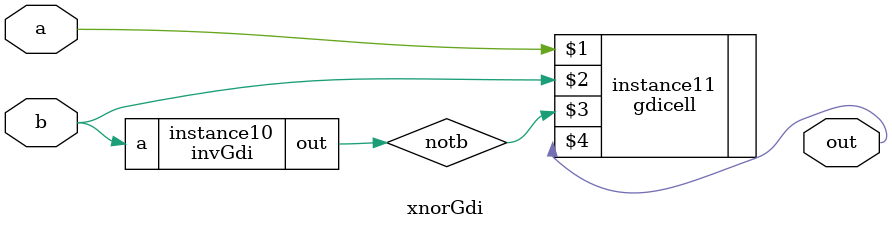
<source format=v>
`include "gdiCell.v"

module andGdi(a, b, out);
  input a, b;
  output out;
  gdicell instance1(a, b, 0, out);
endmodule

module orGdi(a, b, out);
  input a, b;
  output out;
  gdicell instance2(a, 1, b, out);
endmodule

module invGdi(a, out);
  input a;
  output out;
  gdicell instance3(a, 0, 1, out);
endmodule

module nandGdi(a, b, out);
  input a, b;
  output out;
  wire w;
  andGdi instance4(a, b, w);
  invGdi instance5(w, out);
endmodule

module norGdi(a, b, out);
  input a, b;
  output out;
  wire w;
  orGdi instance6(a, b, w);
  invGdi instance7(w, out);
endmodule

module xorGdi(a, b, out);
  input a, b;
  output out;
  wire notb;
  invGdi instance8(b, notb);
  gdicell instance9(a, notb, b, out);
endmodule

module xnorGdi(a, b, out);
  input a, b;
  output out;
  wire notb;
  invGdi instance10(b, notb);
  gdicell instance11(a, b, notb, out);
endmodule
</source>
